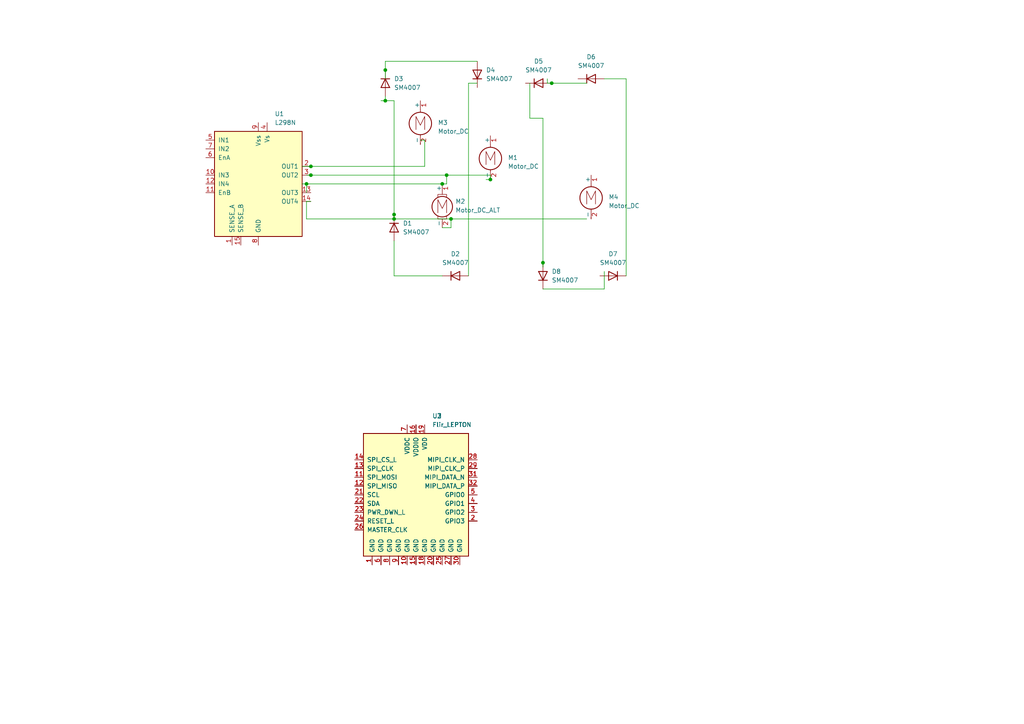
<source format=kicad_sch>
(kicad_sch
	(version 20231120)
	(generator "eeschema")
	(generator_version "8.0")
	(uuid "c8882445-fad7-49e1-90ef-bd8461132fb9")
	(paper "A4")
	(lib_symbols
		(symbol "Diode:SM4007"
			(pin_numbers hide)
			(pin_names hide)
			(exclude_from_sim no)
			(in_bom yes)
			(on_board yes)
			(property "Reference" "D"
				(at 0 2.54 0)
				(effects
					(font
						(size 1.27 1.27)
					)
				)
			)
			(property "Value" "SM4007"
				(at 0 -2.54 0)
				(effects
					(font
						(size 1.27 1.27)
					)
				)
			)
			(property "Footprint" "Diode_SMD:D_MELF"
				(at 0 -4.445 0)
				(effects
					(font
						(size 1.27 1.27)
					)
					(hide yes)
				)
			)
			(property "Datasheet" "http://cdn-reichelt.de/documents/datenblatt/A400/SMD1N400%23DIO.pdf"
				(at 0 0 0)
				(effects
					(font
						(size 1.27 1.27)
					)
					(hide yes)
				)
			)
			(property "Description" "1000V 1A General Purpose Rectifier Diode, MELF"
				(at 0 0 0)
				(effects
					(font
						(size 1.27 1.27)
					)
					(hide yes)
				)
			)
			(property "Sim.Device" "D"
				(at 0 0 0)
				(effects
					(font
						(size 1.27 1.27)
					)
					(hide yes)
				)
			)
			(property "Sim.Pins" "1=K 2=A"
				(at 0 0 0)
				(effects
					(font
						(size 1.27 1.27)
					)
					(hide yes)
				)
			)
			(property "ki_keywords" "diode"
				(at 0 0 0)
				(effects
					(font
						(size 1.27 1.27)
					)
					(hide yes)
				)
			)
			(property "ki_fp_filters" "D*MELF*"
				(at 0 0 0)
				(effects
					(font
						(size 1.27 1.27)
					)
					(hide yes)
				)
			)
			(symbol "SM4007_0_1"
				(polyline
					(pts
						(xy -1.27 1.27) (xy -1.27 -1.27)
					)
					(stroke
						(width 0.254)
						(type default)
					)
					(fill
						(type none)
					)
				)
				(polyline
					(pts
						(xy 1.27 0) (xy -1.27 0)
					)
					(stroke
						(width 0)
						(type default)
					)
					(fill
						(type none)
					)
				)
				(polyline
					(pts
						(xy 1.27 1.27) (xy 1.27 -1.27) (xy -1.27 0) (xy 1.27 1.27)
					)
					(stroke
						(width 0.254)
						(type default)
					)
					(fill
						(type none)
					)
				)
			)
			(symbol "SM4007_1_1"
				(pin passive line
					(at -3.81 0 0)
					(length 2.54)
					(name "K"
						(effects
							(font
								(size 1.27 1.27)
							)
						)
					)
					(number "1"
						(effects
							(font
								(size 1.27 1.27)
							)
						)
					)
				)
				(pin passive line
					(at 3.81 0 180)
					(length 2.54)
					(name "A"
						(effects
							(font
								(size 1.27 1.27)
							)
						)
					)
					(number "2"
						(effects
							(font
								(size 1.27 1.27)
							)
						)
					)
				)
			)
		)
		(symbol "Driver_Motor:L298N"
			(pin_names
				(offset 1.016)
			)
			(exclude_from_sim no)
			(in_bom yes)
			(on_board yes)
			(property "Reference" "U"
				(at -10.16 16.51 0)
				(effects
					(font
						(size 1.27 1.27)
					)
					(justify right)
				)
			)
			(property "Value" "L298N"
				(at 12.7 16.51 0)
				(effects
					(font
						(size 1.27 1.27)
					)
					(justify right)
				)
			)
			(property "Footprint" "Package_TO_SOT_THT:TO-220-15_P2.54x2.54mm_StaggerOdd_Lead4.58mm_Vertical"
				(at 1.27 -16.51 0)
				(effects
					(font
						(size 1.27 1.27)
					)
					(justify left)
					(hide yes)
				)
			)
			(property "Datasheet" "http://www.st.com/st-web-ui/static/active/en/resource/technical/document/datasheet/CD00000240.pdf"
				(at 3.81 6.35 0)
				(effects
					(font
						(size 1.27 1.27)
					)
					(hide yes)
				)
			)
			(property "Description" "Dual full bridge motor driver, up to 46V, 4A, Multiwatt15-V"
				(at 0 0 0)
				(effects
					(font
						(size 1.27 1.27)
					)
					(hide yes)
				)
			)
			(property "ki_keywords" "H-bridge motor driver"
				(at 0 0 0)
				(effects
					(font
						(size 1.27 1.27)
					)
					(hide yes)
				)
			)
			(property "ki_fp_filters" "TO?220*StaggerOdd*Vertical*"
				(at 0 0 0)
				(effects
					(font
						(size 1.27 1.27)
					)
					(hide yes)
				)
			)
			(symbol "L298N_0_1"
				(rectangle
					(start -12.7 15.24)
					(end 12.7 -15.24)
					(stroke
						(width 0.254)
						(type default)
					)
					(fill
						(type background)
					)
				)
			)
			(symbol "L298N_1_1"
				(pin power_in line
					(at -7.62 -17.78 90)
					(length 2.54)
					(name "SENSE_A"
						(effects
							(font
								(size 1.27 1.27)
							)
						)
					)
					(number "1"
						(effects
							(font
								(size 1.27 1.27)
							)
						)
					)
				)
				(pin input line
					(at -15.24 2.54 0)
					(length 2.54)
					(name "IN3"
						(effects
							(font
								(size 1.27 1.27)
							)
						)
					)
					(number "10"
						(effects
							(font
								(size 1.27 1.27)
							)
						)
					)
				)
				(pin input line
					(at -15.24 -2.54 0)
					(length 2.54)
					(name "EnB"
						(effects
							(font
								(size 1.27 1.27)
							)
						)
					)
					(number "11"
						(effects
							(font
								(size 1.27 1.27)
							)
						)
					)
				)
				(pin input line
					(at -15.24 0 0)
					(length 2.54)
					(name "IN4"
						(effects
							(font
								(size 1.27 1.27)
							)
						)
					)
					(number "12"
						(effects
							(font
								(size 1.27 1.27)
							)
						)
					)
				)
				(pin output line
					(at 15.24 -2.54 180)
					(length 2.54)
					(name "OUT3"
						(effects
							(font
								(size 1.27 1.27)
							)
						)
					)
					(number "13"
						(effects
							(font
								(size 1.27 1.27)
							)
						)
					)
				)
				(pin output line
					(at 15.24 -5.08 180)
					(length 2.54)
					(name "OUT4"
						(effects
							(font
								(size 1.27 1.27)
							)
						)
					)
					(number "14"
						(effects
							(font
								(size 1.27 1.27)
							)
						)
					)
				)
				(pin power_in line
					(at -5.08 -17.78 90)
					(length 2.54)
					(name "SENSE_B"
						(effects
							(font
								(size 1.27 1.27)
							)
						)
					)
					(number "15"
						(effects
							(font
								(size 1.27 1.27)
							)
						)
					)
				)
				(pin output line
					(at 15.24 5.08 180)
					(length 2.54)
					(name "OUT1"
						(effects
							(font
								(size 1.27 1.27)
							)
						)
					)
					(number "2"
						(effects
							(font
								(size 1.27 1.27)
							)
						)
					)
				)
				(pin output line
					(at 15.24 2.54 180)
					(length 2.54)
					(name "OUT2"
						(effects
							(font
								(size 1.27 1.27)
							)
						)
					)
					(number "3"
						(effects
							(font
								(size 1.27 1.27)
							)
						)
					)
				)
				(pin power_in line
					(at 2.54 17.78 270)
					(length 2.54)
					(name "Vs"
						(effects
							(font
								(size 1.27 1.27)
							)
						)
					)
					(number "4"
						(effects
							(font
								(size 1.27 1.27)
							)
						)
					)
				)
				(pin input line
					(at -15.24 12.7 0)
					(length 2.54)
					(name "IN1"
						(effects
							(font
								(size 1.27 1.27)
							)
						)
					)
					(number "5"
						(effects
							(font
								(size 1.27 1.27)
							)
						)
					)
				)
				(pin input line
					(at -15.24 7.62 0)
					(length 2.54)
					(name "EnA"
						(effects
							(font
								(size 1.27 1.27)
							)
						)
					)
					(number "6"
						(effects
							(font
								(size 1.27 1.27)
							)
						)
					)
				)
				(pin input line
					(at -15.24 10.16 0)
					(length 2.54)
					(name "IN2"
						(effects
							(font
								(size 1.27 1.27)
							)
						)
					)
					(number "7"
						(effects
							(font
								(size 1.27 1.27)
							)
						)
					)
				)
				(pin power_in line
					(at 0 -17.78 90)
					(length 2.54)
					(name "GND"
						(effects
							(font
								(size 1.27 1.27)
							)
						)
					)
					(number "8"
						(effects
							(font
								(size 1.27 1.27)
							)
						)
					)
				)
				(pin power_in line
					(at 0 17.78 270)
					(length 2.54)
					(name "Vss"
						(effects
							(font
								(size 1.27 1.27)
							)
						)
					)
					(number "9"
						(effects
							(font
								(size 1.27 1.27)
							)
						)
					)
				)
			)
		)
		(symbol "Motor:Motor_DC"
			(pin_names
				(offset 0)
			)
			(exclude_from_sim no)
			(in_bom yes)
			(on_board yes)
			(property "Reference" "M"
				(at 2.54 2.54 0)
				(effects
					(font
						(size 1.27 1.27)
					)
					(justify left)
				)
			)
			(property "Value" "Motor_DC"
				(at 2.54 -5.08 0)
				(effects
					(font
						(size 1.27 1.27)
					)
					(justify left top)
				)
			)
			(property "Footprint" ""
				(at 0 -2.286 0)
				(effects
					(font
						(size 1.27 1.27)
					)
					(hide yes)
				)
			)
			(property "Datasheet" "~"
				(at 0 -2.286 0)
				(effects
					(font
						(size 1.27 1.27)
					)
					(hide yes)
				)
			)
			(property "Description" "DC Motor"
				(at 0 0 0)
				(effects
					(font
						(size 1.27 1.27)
					)
					(hide yes)
				)
			)
			(property "ki_keywords" "DC Motor"
				(at 0 0 0)
				(effects
					(font
						(size 1.27 1.27)
					)
					(hide yes)
				)
			)
			(property "ki_fp_filters" "PinHeader*P2.54mm* TerminalBlock*"
				(at 0 0 0)
				(effects
					(font
						(size 1.27 1.27)
					)
					(hide yes)
				)
			)
			(symbol "Motor_DC_0_0"
				(polyline
					(pts
						(xy -1.27 -3.302) (xy -1.27 0.508) (xy 0 -2.032) (xy 1.27 0.508) (xy 1.27 -3.302)
					)
					(stroke
						(width 0)
						(type default)
					)
					(fill
						(type none)
					)
				)
			)
			(symbol "Motor_DC_0_1"
				(circle
					(center 0 -1.524)
					(radius 3.2512)
					(stroke
						(width 0.254)
						(type default)
					)
					(fill
						(type none)
					)
				)
				(polyline
					(pts
						(xy 0 -7.62) (xy 0 -7.112)
					)
					(stroke
						(width 0)
						(type default)
					)
					(fill
						(type none)
					)
				)
				(polyline
					(pts
						(xy 0 -4.7752) (xy 0 -5.1816)
					)
					(stroke
						(width 0)
						(type default)
					)
					(fill
						(type none)
					)
				)
				(polyline
					(pts
						(xy 0 1.7272) (xy 0 2.0828)
					)
					(stroke
						(width 0)
						(type default)
					)
					(fill
						(type none)
					)
				)
				(polyline
					(pts
						(xy 0 2.032) (xy 0 2.54)
					)
					(stroke
						(width 0)
						(type default)
					)
					(fill
						(type none)
					)
				)
			)
			(symbol "Motor_DC_1_1"
				(pin passive line
					(at 0 5.08 270)
					(length 2.54)
					(name "+"
						(effects
							(font
								(size 1.27 1.27)
							)
						)
					)
					(number "1"
						(effects
							(font
								(size 1.27 1.27)
							)
						)
					)
				)
				(pin passive line
					(at 0 -7.62 90)
					(length 2.54)
					(name "-"
						(effects
							(font
								(size 1.27 1.27)
							)
						)
					)
					(number "2"
						(effects
							(font
								(size 1.27 1.27)
							)
						)
					)
				)
			)
		)
		(symbol "Motor:Motor_DC_ALT"
			(pin_names
				(offset 0)
			)
			(exclude_from_sim no)
			(in_bom yes)
			(on_board yes)
			(property "Reference" "M"
				(at 2.54 2.54 0)
				(effects
					(font
						(size 1.27 1.27)
					)
					(justify left)
				)
			)
			(property "Value" "Motor_DC_ALT"
				(at 2.54 -5.08 0)
				(effects
					(font
						(size 1.27 1.27)
					)
					(justify left top)
				)
			)
			(property "Footprint" ""
				(at 0 -2.286 0)
				(effects
					(font
						(size 1.27 1.27)
					)
					(hide yes)
				)
			)
			(property "Datasheet" "~"
				(at 0 -2.286 0)
				(effects
					(font
						(size 1.27 1.27)
					)
					(hide yes)
				)
			)
			(property "Description" "DC Motor, alternative symbol"
				(at 0 0 0)
				(effects
					(font
						(size 1.27 1.27)
					)
					(hide yes)
				)
			)
			(property "ki_keywords" "DC Motor"
				(at 0 0 0)
				(effects
					(font
						(size 1.27 1.27)
					)
					(hide yes)
				)
			)
			(property "ki_fp_filters" "PinHeader*P2.54mm* TerminalBlock*"
				(at 0 0 0)
				(effects
					(font
						(size 1.27 1.27)
					)
					(hide yes)
				)
			)
			(symbol "Motor_DC_ALT_0_0"
				(circle
					(center 0 -1.524)
					(radius 2.9718)
					(stroke
						(width 0.254)
						(type default)
					)
					(fill
						(type none)
					)
				)
				(polyline
					(pts
						(xy -1.27 -4.318) (xy -1.27 -5.08) (xy 1.27 -5.08) (xy 1.27 -4.318)
					)
					(stroke
						(width 0)
						(type default)
					)
					(fill
						(type none)
					)
				)
				(polyline
					(pts
						(xy -1.27 1.27) (xy -1.27 2.032) (xy 1.27 2.032) (xy 1.27 1.27)
					)
					(stroke
						(width 0)
						(type default)
					)
					(fill
						(type none)
					)
				)
				(polyline
					(pts
						(xy -1.27 -3.302) (xy -1.27 0.508) (xy 0 -2.032) (xy 1.27 0.508) (xy 1.27 -3.302)
					)
					(stroke
						(width 0)
						(type default)
					)
					(fill
						(type none)
					)
				)
			)
			(symbol "Motor_DC_ALT_0_1"
				(polyline
					(pts
						(xy 0 2.032) (xy 0 2.54)
					)
					(stroke
						(width 0)
						(type default)
					)
					(fill
						(type none)
					)
				)
			)
			(symbol "Motor_DC_ALT_1_1"
				(pin passive line
					(at 0 5.08 270)
					(length 2.54)
					(name "+"
						(effects
							(font
								(size 1.27 1.27)
							)
						)
					)
					(number "1"
						(effects
							(font
								(size 1.27 1.27)
							)
						)
					)
				)
				(pin passive line
					(at 0 -7.62 90)
					(length 2.54)
					(name "-"
						(effects
							(font
								(size 1.27 1.27)
							)
						)
					)
					(number "2"
						(effects
							(font
								(size 1.27 1.27)
							)
						)
					)
				)
			)
		)
		(symbol "Sensor_Optical:Flir_LEPTON"
			(pin_names
				(offset 1.016)
			)
			(exclude_from_sim no)
			(in_bom yes)
			(on_board yes)
			(property "Reference" "U"
				(at -15.24 21.59 0)
				(effects
					(font
						(size 1.27 1.27)
					)
					(justify left)
				)
			)
			(property "Value" "Flir_LEPTON"
				(at -15.24 19.05 0)
				(effects
					(font
						(size 1.27 1.27)
					)
					(justify left)
				)
			)
			(property "Footprint" ""
				(at -17.78 19.05 0)
				(effects
					(font
						(size 1.27 1.27)
					)
					(hide yes)
				)
			)
			(property "Datasheet" "https://cdn.sparkfun.com/datasheets/Sensors/Infrared/FLIR_Lepton_Data_Brief.pdf"
				(at -15.24 21.59 0)
				(effects
					(font
						(size 1.27 1.27)
					)
					(hide yes)
				)
			)
			(property "Description" "LWIR camera 8 to 14um 80x60 pixel"
				(at 0 0 0)
				(effects
					(font
						(size 1.27 1.27)
					)
					(hide yes)
				)
			)
			(property "ki_keywords" "LWIR camera"
				(at 0 0 0)
				(effects
					(font
						(size 1.27 1.27)
					)
					(hide yes)
				)
			)
			(property "ki_fp_filters" "*105028*1001* *105028*2011*"
				(at 0 0 0)
				(effects
					(font
						(size 1.27 1.27)
					)
					(hide yes)
				)
			)
			(symbol "Flir_LEPTON_0_1"
				(rectangle
					(start -15.24 17.78)
					(end 15.24 -17.78)
					(stroke
						(width 0.254)
						(type default)
					)
					(fill
						(type background)
					)
				)
			)
			(symbol "Flir_LEPTON_1_1"
				(pin power_in line
					(at -12.7 -20.32 90)
					(length 2.54)
					(name "GND"
						(effects
							(font
								(size 1.27 1.27)
							)
						)
					)
					(number "1"
						(effects
							(font
								(size 1.27 1.27)
							)
						)
					)
				)
				(pin power_in line
					(at -2.54 -20.32 90)
					(length 2.54)
					(name "GND"
						(effects
							(font
								(size 1.27 1.27)
							)
						)
					)
					(number "10"
						(effects
							(font
								(size 1.27 1.27)
							)
						)
					)
				)
				(pin input line
					(at -17.78 5.08 0)
					(length 2.54)
					(name "SPI_MOSI"
						(effects
							(font
								(size 1.27 1.27)
							)
						)
					)
					(number "11"
						(effects
							(font
								(size 1.27 1.27)
							)
						)
					)
				)
				(pin output line
					(at -17.78 2.54 0)
					(length 2.54)
					(name "SPI_MISO"
						(effects
							(font
								(size 1.27 1.27)
							)
						)
					)
					(number "12"
						(effects
							(font
								(size 1.27 1.27)
							)
						)
					)
				)
				(pin input line
					(at -17.78 7.62 0)
					(length 2.54)
					(name "SPI_CLK"
						(effects
							(font
								(size 1.27 1.27)
							)
						)
					)
					(number "13"
						(effects
							(font
								(size 1.27 1.27)
							)
						)
					)
				)
				(pin input line
					(at -17.78 10.16 0)
					(length 2.54)
					(name "SPI_CS_L"
						(effects
							(font
								(size 1.27 1.27)
							)
						)
					)
					(number "14"
						(effects
							(font
								(size 1.27 1.27)
							)
						)
					)
				)
				(pin power_in line
					(at 0 -20.32 90)
					(length 2.54)
					(name "GND"
						(effects
							(font
								(size 1.27 1.27)
							)
						)
					)
					(number "15"
						(effects
							(font
								(size 1.27 1.27)
							)
						)
					)
				)
				(pin power_in line
					(at 0 20.32 270)
					(length 2.54)
					(name "VDDIO"
						(effects
							(font
								(size 1.27 1.27)
							)
						)
					)
					(number "16"
						(effects
							(font
								(size 1.27 1.27)
							)
						)
					)
				)
				(pin no_connect line
					(at 15.24 -10.16 180)
					(length 2.54) hide
					(name "NC"
						(effects
							(font
								(size 1.27 1.27)
							)
						)
					)
					(number "17"
						(effects
							(font
								(size 1.27 1.27)
							)
						)
					)
				)
				(pin power_in line
					(at 2.54 -20.32 90)
					(length 2.54)
					(name "GND"
						(effects
							(font
								(size 1.27 1.27)
							)
						)
					)
					(number "18"
						(effects
							(font
								(size 1.27 1.27)
							)
						)
					)
				)
				(pin power_in line
					(at 2.54 20.32 270)
					(length 2.54)
					(name "VDD"
						(effects
							(font
								(size 1.27 1.27)
							)
						)
					)
					(number "19"
						(effects
							(font
								(size 1.27 1.27)
							)
						)
					)
				)
				(pin bidirectional line
					(at 17.78 -7.62 180)
					(length 2.54)
					(name "GPIO3"
						(effects
							(font
								(size 1.27 1.27)
							)
						)
					)
					(number "2"
						(effects
							(font
								(size 1.27 1.27)
							)
						)
					)
				)
				(pin power_in line
					(at 5.08 -20.32 90)
					(length 2.54)
					(name "GND"
						(effects
							(font
								(size 1.27 1.27)
							)
						)
					)
					(number "20"
						(effects
							(font
								(size 1.27 1.27)
							)
						)
					)
				)
				(pin input line
					(at -17.78 0 0)
					(length 2.54)
					(name "SCL"
						(effects
							(font
								(size 1.27 1.27)
							)
						)
					)
					(number "21"
						(effects
							(font
								(size 1.27 1.27)
							)
						)
					)
				)
				(pin bidirectional line
					(at -17.78 -2.54 0)
					(length 2.54)
					(name "SDA"
						(effects
							(font
								(size 1.27 1.27)
							)
						)
					)
					(number "22"
						(effects
							(font
								(size 1.27 1.27)
							)
						)
					)
				)
				(pin input line
					(at -17.78 -5.08 0)
					(length 2.54)
					(name "PWR_DWN_L"
						(effects
							(font
								(size 1.27 1.27)
							)
						)
					)
					(number "23"
						(effects
							(font
								(size 1.27 1.27)
							)
						)
					)
				)
				(pin input line
					(at -17.78 -7.62 0)
					(length 2.54)
					(name "RESET_L"
						(effects
							(font
								(size 1.27 1.27)
							)
						)
					)
					(number "24"
						(effects
							(font
								(size 1.27 1.27)
							)
						)
					)
				)
				(pin power_in line
					(at 7.62 -20.32 90)
					(length 2.54)
					(name "GND"
						(effects
							(font
								(size 1.27 1.27)
							)
						)
					)
					(number "25"
						(effects
							(font
								(size 1.27 1.27)
							)
						)
					)
				)
				(pin input line
					(at -17.78 -10.16 0)
					(length 2.54)
					(name "MASTER_CLK"
						(effects
							(font
								(size 1.27 1.27)
							)
						)
					)
					(number "26"
						(effects
							(font
								(size 1.27 1.27)
							)
						)
					)
				)
				(pin power_in line
					(at 10.16 -20.32 90)
					(length 2.54)
					(name "GND"
						(effects
							(font
								(size 1.27 1.27)
							)
						)
					)
					(number "27"
						(effects
							(font
								(size 1.27 1.27)
							)
						)
					)
				)
				(pin output line
					(at 17.78 10.16 180)
					(length 2.54)
					(name "MIPI_CLK_N"
						(effects
							(font
								(size 1.27 1.27)
							)
						)
					)
					(number "28"
						(effects
							(font
								(size 1.27 1.27)
							)
						)
					)
				)
				(pin output line
					(at 17.78 7.62 180)
					(length 2.54)
					(name "MIPI_CLK_P"
						(effects
							(font
								(size 1.27 1.27)
							)
						)
					)
					(number "29"
						(effects
							(font
								(size 1.27 1.27)
							)
						)
					)
				)
				(pin bidirectional line
					(at 17.78 -5.08 180)
					(length 2.54)
					(name "GPIO2"
						(effects
							(font
								(size 1.27 1.27)
							)
						)
					)
					(number "3"
						(effects
							(font
								(size 1.27 1.27)
							)
						)
					)
				)
				(pin power_in line
					(at 12.7 -20.32 90)
					(length 2.54)
					(name "GND"
						(effects
							(font
								(size 1.27 1.27)
							)
						)
					)
					(number "30"
						(effects
							(font
								(size 1.27 1.27)
							)
						)
					)
				)
				(pin output line
					(at 17.78 5.08 180)
					(length 2.54)
					(name "MIPI_DATA_N"
						(effects
							(font
								(size 1.27 1.27)
							)
						)
					)
					(number "31"
						(effects
							(font
								(size 1.27 1.27)
							)
						)
					)
				)
				(pin output line
					(at 17.78 2.54 180)
					(length 2.54)
					(name "MIPI_DATA_P"
						(effects
							(font
								(size 1.27 1.27)
							)
						)
					)
					(number "32"
						(effects
							(font
								(size 1.27 1.27)
							)
						)
					)
				)
				(pin bidirectional line
					(at 17.78 -2.54 180)
					(length 2.54)
					(name "GPIO1"
						(effects
							(font
								(size 1.27 1.27)
							)
						)
					)
					(number "4"
						(effects
							(font
								(size 1.27 1.27)
							)
						)
					)
				)
				(pin bidirectional line
					(at 17.78 0 180)
					(length 2.54)
					(name "GPIO0"
						(effects
							(font
								(size 1.27 1.27)
							)
						)
					)
					(number "5"
						(effects
							(font
								(size 1.27 1.27)
							)
						)
					)
				)
				(pin power_in line
					(at -10.16 -20.32 90)
					(length 2.54)
					(name "GND"
						(effects
							(font
								(size 1.27 1.27)
							)
						)
					)
					(number "6"
						(effects
							(font
								(size 1.27 1.27)
							)
						)
					)
				)
				(pin power_in line
					(at -2.54 20.32 270)
					(length 2.54)
					(name "VDDC"
						(effects
							(font
								(size 1.27 1.27)
							)
						)
					)
					(number "7"
						(effects
							(font
								(size 1.27 1.27)
							)
						)
					)
				)
				(pin power_in line
					(at -7.62 -20.32 90)
					(length 2.54)
					(name "GND"
						(effects
							(font
								(size 1.27 1.27)
							)
						)
					)
					(number "8"
						(effects
							(font
								(size 1.27 1.27)
							)
						)
					)
				)
				(pin power_in line
					(at -5.08 -20.32 90)
					(length 2.54)
					(name "GND"
						(effects
							(font
								(size 1.27 1.27)
							)
						)
					)
					(number "9"
						(effects
							(font
								(size 1.27 1.27)
							)
						)
					)
				)
			)
		)
	)
	(junction
		(at 90.17 50.8)
		(diameter 0)
		(color 0 0 0 0)
		(uuid "228ae46f-57ba-4568-9a05-81b10c260573")
	)
	(junction
		(at 142.24 52.07)
		(diameter 0)
		(color 0 0 0 0)
		(uuid "32675342-e2ce-435f-a13e-96fef16f2fc4")
	)
	(junction
		(at 114.3 63.5)
		(diameter 0)
		(color 0 0 0 0)
		(uuid "35755628-d494-4fea-a636-9a825a41d263")
	)
	(junction
		(at 130.81 63.5)
		(diameter 0)
		(color 0 0 0 0)
		(uuid "61d3fe53-7487-47dc-8c40-2d6f28af1d41")
	)
	(junction
		(at 128.27 53.34)
		(diameter 0)
		(color 0 0 0 0)
		(uuid "62f2da13-8b7a-495d-bfa4-3c5a26ca2891")
	)
	(junction
		(at 114.3 62.23)
		(diameter 0)
		(color 0 0 0 0)
		(uuid "74e10050-7bb5-4a95-bb20-f67f2f588df5")
	)
	(junction
		(at 129.54 50.8)
		(diameter 0)
		(color 0 0 0 0)
		(uuid "766a84a1-581d-48f5-803d-5497a9360af8")
	)
	(junction
		(at 111.76 20.32)
		(diameter 0)
		(color 0 0 0 0)
		(uuid "b3053452-da26-4f78-a2a4-bbffb9cdda5f")
	)
	(junction
		(at 160.02 24.13)
		(diameter 0)
		(color 0 0 0 0)
		(uuid "b56becf6-f17e-4bc2-8c8a-403d99579e28")
	)
	(junction
		(at 88.9 53.34)
		(diameter 0)
		(color 0 0 0 0)
		(uuid "c0b7d08e-85dd-4e20-a8f2-14301eeaaa85")
	)
	(junction
		(at 111.76 29.21)
		(diameter 0)
		(color 0 0 0 0)
		(uuid "cfd73f96-4e86-42db-9aac-7f00b160236f")
	)
	(junction
		(at 157.48 76.2)
		(diameter 0)
		(color 0 0 0 0)
		(uuid "d9c1ccc0-add7-4360-ad51-81b00fc82e16")
	)
	(junction
		(at 90.17 48.26)
		(diameter 0)
		(color 0 0 0 0)
		(uuid "dbef52c9-4e20-4cf3-9bc8-5ff6d2fcd6d2")
	)
	(wire
		(pts
			(xy 157.48 34.29) (xy 153.67 34.29)
		)
		(stroke
			(width 0)
			(type default)
		)
		(uuid "01dba055-af68-4ff5-8fa1-3036b928929c")
	)
	(wire
		(pts
			(xy 135.89 24.13) (xy 138.43 24.13)
		)
		(stroke
			(width 0)
			(type default)
		)
		(uuid "0702f63b-43a8-44fa-a812-958dbb3cd1e3")
	)
	(wire
		(pts
			(xy 110.49 29.21) (xy 111.76 29.21)
		)
		(stroke
			(width 0)
			(type default)
		)
		(uuid "1115413f-bd16-434d-a22e-989e3ebfc885")
	)
	(wire
		(pts
			(xy 123.19 40.64) (xy 123.19 48.26)
		)
		(stroke
			(width 0)
			(type default)
		)
		(uuid "1203ff3c-ffad-4e11-9ddf-8f3637d79bed")
	)
	(wire
		(pts
			(xy 128.27 53.34) (xy 129.54 53.34)
		)
		(stroke
			(width 0)
			(type default)
		)
		(uuid "13f46786-83fb-4e93-8e9d-1d046f890bcc")
	)
	(wire
		(pts
			(xy 129.54 50.8) (xy 142.24 50.8)
		)
		(stroke
			(width 0)
			(type default)
		)
		(uuid "16aa2e49-c695-4322-af0b-ae23f260be60")
	)
	(wire
		(pts
			(xy 87.63 53.34) (xy 88.9 53.34)
		)
		(stroke
			(width 0)
			(type default)
		)
		(uuid "1c7bc1b5-6aa4-4743-ba6b-0b3ec1b5fa3a")
	)
	(wire
		(pts
			(xy 111.76 29.21) (xy 114.3 29.21)
		)
		(stroke
			(width 0)
			(type default)
		)
		(uuid "20cb3ec8-8781-47c9-a62a-ad8e4f257473")
	)
	(wire
		(pts
			(xy 114.3 80.01) (xy 128.27 80.01)
		)
		(stroke
			(width 0)
			(type default)
		)
		(uuid "229c5e75-9590-48d2-989d-6a62b7d9ac80")
	)
	(wire
		(pts
			(xy 157.48 76.2) (xy 157.48 34.29)
		)
		(stroke
			(width 0)
			(type default)
		)
		(uuid "249513be-5d5f-467b-9a39-edf7fd496323")
	)
	(wire
		(pts
			(xy 121.92 40.64) (xy 123.19 40.64)
		)
		(stroke
			(width 0)
			(type default)
		)
		(uuid "277ad8e1-120a-4bc7-8bd3-377508c688e6")
	)
	(wire
		(pts
			(xy 114.3 69.85) (xy 114.3 80.01)
		)
		(stroke
			(width 0)
			(type default)
		)
		(uuid "2ad95b3d-a3fd-4c70-874b-16abfbfdb746")
	)
	(wire
		(pts
			(xy 160.02 24.13) (xy 158.75 24.13)
		)
		(stroke
			(width 0)
			(type default)
		)
		(uuid "2d695602-1e67-46d8-83c1-e8c1934b8c87")
	)
	(wire
		(pts
			(xy 130.81 66.04) (xy 130.81 63.5)
		)
		(stroke
			(width 0)
			(type default)
		)
		(uuid "2d9edc5a-861b-4908-b314-cb59ece5ddfb")
	)
	(wire
		(pts
			(xy 114.3 63.5) (xy 114.3 62.23)
		)
		(stroke
			(width 0)
			(type default)
		)
		(uuid "303d8098-79e4-42d3-b138-c58f3022c3fc")
	)
	(wire
		(pts
			(xy 170.18 24.13) (xy 160.02 24.13)
		)
		(stroke
			(width 0)
			(type default)
		)
		(uuid "35d680dc-28cf-49df-b7e5-97fe4206a2ca")
	)
	(wire
		(pts
			(xy 181.61 22.86) (xy 175.26 22.86)
		)
		(stroke
			(width 0)
			(type default)
		)
		(uuid "4c6fdcb4-1c37-4d90-b3ce-09916a124ce5")
	)
	(wire
		(pts
			(xy 88.9 53.34) (xy 128.27 53.34)
		)
		(stroke
			(width 0)
			(type default)
		)
		(uuid "502c246d-80b2-4fca-9ce7-664e89f8b01a")
	)
	(wire
		(pts
			(xy 170.18 63.5) (xy 130.81 63.5)
		)
		(stroke
			(width 0)
			(type default)
		)
		(uuid "51ab9eab-bc9a-47a9-aeed-cc70ea7e8645")
	)
	(wire
		(pts
			(xy 114.3 63.5) (xy 88.9 63.5)
		)
		(stroke
			(width 0)
			(type default)
		)
		(uuid "5275fe38-10eb-4743-bd11-4e5f7bb0275a")
	)
	(wire
		(pts
			(xy 129.54 53.34) (xy 129.54 50.8)
		)
		(stroke
			(width 0)
			(type default)
		)
		(uuid "5bdabb44-2477-4a77-9f56-6610fab9160a")
	)
	(wire
		(pts
			(xy 135.89 80.01) (xy 135.89 24.13)
		)
		(stroke
			(width 0)
			(type default)
		)
		(uuid "60c19a4f-3fbd-4f82-8b18-8b8f24183f93")
	)
	(wire
		(pts
			(xy 128.27 66.04) (xy 130.81 66.04)
		)
		(stroke
			(width 0)
			(type default)
		)
		(uuid "705117ef-3314-4013-95cd-6730e6bb3c02")
	)
	(wire
		(pts
			(xy 158.75 22.86) (xy 158.75 24.13)
		)
		(stroke
			(width 0)
			(type default)
		)
		(uuid "76852073-66ae-4be5-9fc8-67a972d85956")
	)
	(wire
		(pts
			(xy 130.81 63.5) (xy 114.3 63.5)
		)
		(stroke
			(width 0)
			(type default)
		)
		(uuid "77240519-3fbf-488f-bfb5-639981daaa15")
	)
	(wire
		(pts
			(xy 87.63 48.26) (xy 90.17 48.26)
		)
		(stroke
			(width 0)
			(type default)
		)
		(uuid "78928999-2dd1-46b8-9ab4-53e90b476606")
	)
	(wire
		(pts
			(xy 90.17 50.8) (xy 129.54 50.8)
		)
		(stroke
			(width 0)
			(type default)
		)
		(uuid "8100ccd5-00aa-4dd0-8b23-aeb07bece036")
	)
	(wire
		(pts
			(xy 88.9 50.8) (xy 90.17 50.8)
		)
		(stroke
			(width 0)
			(type default)
		)
		(uuid "83dc992a-a738-466d-992c-2f7a1b9ee607")
	)
	(wire
		(pts
			(xy 90.17 48.26) (xy 123.19 48.26)
		)
		(stroke
			(width 0)
			(type default)
		)
		(uuid "8f6cdb85-860e-4fd4-ad62-98658c633140")
	)
	(wire
		(pts
			(xy 175.26 78.74) (xy 175.26 83.82)
		)
		(stroke
			(width 0)
			(type default)
		)
		(uuid "9562cbb7-0142-4fdb-8547-e409db55d4b7")
	)
	(wire
		(pts
			(xy 138.43 17.78) (xy 111.76 17.78)
		)
		(stroke
			(width 0)
			(type default)
		)
		(uuid "97d5c2b8-f27c-4044-9886-63535a84e5f3")
	)
	(wire
		(pts
			(xy 157.48 83.82) (xy 175.26 83.82)
		)
		(stroke
			(width 0)
			(type default)
		)
		(uuid "affeb901-fcc1-47e4-a8f1-69af0a247c63")
	)
	(wire
		(pts
			(xy 111.76 20.32) (xy 111.76 22.86)
		)
		(stroke
			(width 0)
			(type default)
		)
		(uuid "b3a9141b-4cc9-454b-8707-63a774185c00")
	)
	(wire
		(pts
			(xy 114.3 62.23) (xy 114.3 29.21)
		)
		(stroke
			(width 0)
			(type default)
		)
		(uuid "bf7717be-eda1-401a-8a1d-f617b71c94d2")
	)
	(wire
		(pts
			(xy 111.76 29.21) (xy 111.76 27.94)
		)
		(stroke
			(width 0)
			(type default)
		)
		(uuid "c77f423b-770a-496a-a353-1e5ec502e8c2")
	)
	(wire
		(pts
			(xy 157.48 77.47) (xy 157.48 76.2)
		)
		(stroke
			(width 0)
			(type default)
		)
		(uuid "d45a8c22-136e-41e9-aa7c-2fb36d43ebb9")
	)
	(wire
		(pts
			(xy 181.61 80.01) (xy 181.61 22.86)
		)
		(stroke
			(width 0)
			(type default)
		)
		(uuid "db894057-75dc-49bf-ad06-63af211b621c")
	)
	(wire
		(pts
			(xy 140.97 52.07) (xy 142.24 52.07)
		)
		(stroke
			(width 0)
			(type default)
		)
		(uuid "de6a3062-3141-4b7c-ac8d-d6d6bf400b85")
	)
	(wire
		(pts
			(xy 88.9 53.34) (xy 88.9 55.88)
		)
		(stroke
			(width 0)
			(type default)
		)
		(uuid "e07b4ebd-5467-4a5d-9630-9c9220064ba2")
	)
	(wire
		(pts
			(xy 111.76 17.78) (xy 111.76 20.32)
		)
		(stroke
			(width 0)
			(type default)
		)
		(uuid "e1432953-7d34-4d37-9f2a-96251c0f7b9a")
	)
	(wire
		(pts
			(xy 88.9 63.5) (xy 88.9 58.42)
		)
		(stroke
			(width 0)
			(type default)
		)
		(uuid "e20d026a-1e64-4389-a3b5-87f00f80428f")
	)
	(wire
		(pts
			(xy 142.24 50.8) (xy 142.24 52.07)
		)
		(stroke
			(width 0)
			(type default)
		)
		(uuid "e73c3f6a-0c2d-4a61-b932-103b8a27e078")
	)
	(wire
		(pts
			(xy 153.67 24.13) (xy 153.67 34.29)
		)
		(stroke
			(width 0)
			(type default)
		)
		(uuid "eba9e243-4bb1-425b-87ca-a71ed0f87df5")
	)
	(wire
		(pts
			(xy 88.9 58.42) (xy 90.17 58.42)
		)
		(stroke
			(width 0)
			(type default)
		)
		(uuid "fcbf8b7e-dc25-4ee5-805f-ceb47ffeb119")
	)
	(symbol
		(lib_id "Motor:Motor_DC")
		(at 142.24 44.45 0)
		(unit 1)
		(exclude_from_sim no)
		(in_bom yes)
		(on_board yes)
		(dnp no)
		(fields_autoplaced yes)
		(uuid "02e609eb-1e13-4ad9-81c9-13e475f9d088")
		(property "Reference" "M1"
			(at 147.32 45.7199 0)
			(effects
				(font
					(size 1.27 1.27)
				)
				(justify left)
			)
		)
		(property "Value" "Motor_DC"
			(at 147.32 48.2599 0)
			(effects
				(font
					(size 1.27 1.27)
				)
				(justify left)
			)
		)
		(property "Footprint" "Connector_PinHeader_2.54mm:PinHeader_1x02_P2.54mm_Vertical_SMD_Pin1Left"
			(at 142.24 46.736 0)
			(effects
				(font
					(size 1.27 1.27)
				)
				(hide yes)
			)
		)
		(property "Datasheet" "~"
			(at 142.24 46.736 0)
			(effects
				(font
					(size 1.27 1.27)
				)
				(hide yes)
			)
		)
		(property "Description" "DC Motor"
			(at 142.24 44.45 0)
			(effects
				(font
					(size 1.27 1.27)
				)
				(hide yes)
			)
		)
		(pin "2"
			(uuid "a56a75b0-1024-46c9-b5b6-c09c64a5de5a")
		)
		(pin "1"
			(uuid "d0acaffd-26c7-4de3-af95-d1429090de3b")
		)
		(instances
			(project ""
				(path "/c8882445-fad7-49e1-90ef-bd8461132fb9"
					(reference "M1")
					(unit 1)
				)
			)
		)
	)
	(symbol
		(lib_id "Diode:SM4007")
		(at 111.76 24.13 270)
		(unit 1)
		(exclude_from_sim no)
		(in_bom yes)
		(on_board yes)
		(dnp no)
		(fields_autoplaced yes)
		(uuid "119b976b-4a36-4d20-95b3-2de42e785ebc")
		(property "Reference" "D3"
			(at 114.3 22.8599 90)
			(effects
				(font
					(size 1.27 1.27)
				)
				(justify left)
			)
		)
		(property "Value" "SM4007"
			(at 114.3 25.3999 90)
			(effects
				(font
					(size 1.27 1.27)
				)
				(justify left)
			)
		)
		(property "Footprint" "Diode_SMD:D_MELF"
			(at 107.315 24.13 0)
			(effects
				(font
					(size 1.27 1.27)
				)
				(hide yes)
			)
		)
		(property "Datasheet" "http://cdn-reichelt.de/documents/datenblatt/A400/SMD1N400%23DIO.pdf"
			(at 111.76 24.13 0)
			(effects
				(font
					(size 1.27 1.27)
				)
				(hide yes)
			)
		)
		(property "Description" "1000V 1A General Purpose Rectifier Diode, MELF"
			(at 111.76 24.13 0)
			(effects
				(font
					(size 1.27 1.27)
				)
				(hide yes)
			)
		)
		(property "Sim.Device" "D"
			(at 111.76 24.13 0)
			(effects
				(font
					(size 1.27 1.27)
				)
				(hide yes)
			)
		)
		(property "Sim.Pins" "1=K 2=A"
			(at 111.76 24.13 0)
			(effects
				(font
					(size 1.27 1.27)
				)
				(hide yes)
			)
		)
		(pin "1"
			(uuid "aef79b10-20e0-4e2a-832f-a32cd49139b9")
		)
		(pin "2"
			(uuid "5332b7d2-ba50-4512-af32-a890b9d60dc1")
		)
		(instances
			(project ""
				(path "/c8882445-fad7-49e1-90ef-bd8461132fb9"
					(reference "D3")
					(unit 1)
				)
			)
		)
	)
	(symbol
		(lib_id "Diode:SM4007")
		(at 114.3 66.04 270)
		(unit 1)
		(exclude_from_sim no)
		(in_bom yes)
		(on_board yes)
		(dnp no)
		(fields_autoplaced yes)
		(uuid "1c5e90e2-e1b9-465a-9c84-55f1bbb14e0e")
		(property "Reference" "D1"
			(at 116.84 64.7699 90)
			(effects
				(font
					(size 1.27 1.27)
				)
				(justify left)
			)
		)
		(property "Value" "SM4007"
			(at 116.84 67.3099 90)
			(effects
				(font
					(size 1.27 1.27)
				)
				(justify left)
			)
		)
		(property "Footprint" "Diode_SMD:D_MELF"
			(at 109.855 66.04 0)
			(effects
				(font
					(size 1.27 1.27)
				)
				(hide yes)
			)
		)
		(property "Datasheet" "http://cdn-reichelt.de/documents/datenblatt/A400/SMD1N400%23DIO.pdf"
			(at 114.3 66.04 0)
			(effects
				(font
					(size 1.27 1.27)
				)
				(hide yes)
			)
		)
		(property "Description" "1000V 1A General Purpose Rectifier Diode, MELF"
			(at 114.3 66.04 0)
			(effects
				(font
					(size 1.27 1.27)
				)
				(hide yes)
			)
		)
		(property "Sim.Device" "D"
			(at 114.3 66.04 0)
			(effects
				(font
					(size 1.27 1.27)
				)
				(hide yes)
			)
		)
		(property "Sim.Pins" "1=K 2=A"
			(at 114.3 66.04 0)
			(effects
				(font
					(size 1.27 1.27)
				)
				(hide yes)
			)
		)
		(pin "1"
			(uuid "b6bd5109-1d2a-408f-838c-8e34aa0cef42")
		)
		(pin "2"
			(uuid "48e0e000-50cc-4c46-9447-fc36ec62631e")
		)
		(instances
			(project ""
				(path "/c8882445-fad7-49e1-90ef-bd8461132fb9"
					(reference "D1")
					(unit 1)
				)
			)
		)
	)
	(symbol
		(lib_id "Diode:SM4007")
		(at 156.21 24.13 0)
		(unit 1)
		(exclude_from_sim no)
		(in_bom yes)
		(on_board yes)
		(dnp no)
		(fields_autoplaced yes)
		(uuid "3fd11ba3-7f69-4240-9481-7a0742b35ef6")
		(property "Reference" "D5"
			(at 156.21 17.78 0)
			(effects
				(font
					(size 1.27 1.27)
				)
			)
		)
		(property "Value" "SM4007"
			(at 156.21 20.32 0)
			(effects
				(font
					(size 1.27 1.27)
				)
			)
		)
		(property "Footprint" "Diode_SMD:D_MELF"
			(at 156.21 28.575 0)
			(effects
				(font
					(size 1.27 1.27)
				)
				(hide yes)
			)
		)
		(property "Datasheet" "http://cdn-reichelt.de/documents/datenblatt/A400/SMD1N400%23DIO.pdf"
			(at 156.21 24.13 0)
			(effects
				(font
					(size 1.27 1.27)
				)
				(hide yes)
			)
		)
		(property "Description" "1000V 1A General Purpose Rectifier Diode, MELF"
			(at 156.21 24.13 0)
			(effects
				(font
					(size 1.27 1.27)
				)
				(hide yes)
			)
		)
		(property "Sim.Device" "D"
			(at 156.21 24.13 0)
			(effects
				(font
					(size 1.27 1.27)
				)
				(hide yes)
			)
		)
		(property "Sim.Pins" "1=K 2=A"
			(at 156.21 24.13 0)
			(effects
				(font
					(size 1.27 1.27)
				)
				(hide yes)
			)
		)
		(pin "1"
			(uuid "aef79b10-20e0-4e2a-832f-a32cd49139ba")
		)
		(pin "2"
			(uuid "5332b7d2-ba50-4512-af32-a890b9d60dc2")
		)
		(instances
			(project ""
				(path "/c8882445-fad7-49e1-90ef-bd8461132fb9"
					(reference "D5")
					(unit 1)
				)
			)
		)
	)
	(symbol
		(lib_id "Motor:Motor_DC")
		(at 121.92 34.29 0)
		(unit 1)
		(exclude_from_sim no)
		(in_bom yes)
		(on_board yes)
		(dnp no)
		(fields_autoplaced yes)
		(uuid "58f08048-e2ba-4899-bb3a-949651de907a")
		(property "Reference" "M3"
			(at 127 35.5599 0)
			(effects
				(font
					(size 1.27 1.27)
				)
				(justify left)
			)
		)
		(property "Value" "Motor_DC"
			(at 127 38.0999 0)
			(effects
				(font
					(size 1.27 1.27)
				)
				(justify left)
			)
		)
		(property "Footprint" ""
			(at 121.92 36.576 0)
			(effects
				(font
					(size 1.27 1.27)
				)
				(hide yes)
			)
		)
		(property "Datasheet" "~"
			(at 121.92 36.576 0)
			(effects
				(font
					(size 1.27 1.27)
				)
				(hide yes)
			)
		)
		(property "Description" "DC Motor"
			(at 121.92 34.29 0)
			(effects
				(font
					(size 1.27 1.27)
				)
				(hide yes)
			)
		)
		(pin "2"
			(uuid "16a2e2d1-5edf-4098-8a7e-fbc94718eac4")
		)
		(pin "1"
			(uuid "981ca393-1928-454e-a0b6-b0b716de93b3")
		)
		(instances
			(project ""
				(path "/c8882445-fad7-49e1-90ef-bd8461132fb9"
					(reference "M3")
					(unit 1)
				)
			)
		)
	)
	(symbol
		(lib_id "Sensor_Optical:Flir_LEPTON")
		(at 120.65 143.51 0)
		(unit 1)
		(exclude_from_sim no)
		(in_bom yes)
		(on_board yes)
		(dnp no)
		(fields_autoplaced yes)
		(uuid "5c8be8ee-560d-483f-ba34-06c885bc0311")
		(property "Reference" "U3"
			(at 125.3841 120.65 0)
			(effects
				(font
					(size 1.27 1.27)
				)
				(justify left)
			)
		)
		(property "Value" "Flir_LEPTON"
			(at 125.3841 123.19 0)
			(effects
				(font
					(size 1.27 1.27)
				)
				(justify left)
			)
		)
		(property "Footprint" ""
			(at 102.87 124.46 0)
			(effects
				(font
					(size 1.27 1.27)
				)
				(hide yes)
			)
		)
		(property "Datasheet" "https://cdn.sparkfun.com/datasheets/Sensors/Infrared/FLIR_Lepton_Data_Brief.pdf"
			(at 105.41 121.92 0)
			(effects
				(font
					(size 1.27 1.27)
				)
				(hide yes)
			)
		)
		(property "Description" "LWIR camera 8 to 14um 80x60 pixel"
			(at 120.65 143.51 0)
			(effects
				(font
					(size 1.27 1.27)
				)
				(hide yes)
			)
		)
		(pin "13"
			(uuid "0fb6c189-adcc-418d-8cc3-c4292eb675b6")
		)
		(pin "2"
			(uuid "7348cd6c-e281-4244-bfdd-9682b8b300d9")
		)
		(pin "16"
			(uuid "71a4614e-8f7c-447b-bccd-748fec3085f7")
		)
		(pin "18"
			(uuid "1e2def05-fdd1-4079-b6ed-ed7b3892fdb9")
		)
		(pin "19"
			(uuid "58b829c2-ec86-4779-8fa6-a67638fe7f63")
		)
		(pin "21"
			(uuid "22f9b4fa-052d-43f5-bd95-1d62d999ab7a")
		)
		(pin "23"
			(uuid "f6bbd761-95cf-4f4f-8e4e-ed23fab87048")
		)
		(pin "29"
			(uuid "28f9c6ba-e404-48f2-913f-a77ff340a831")
		)
		(pin "30"
			(uuid "8cfe3614-458f-4903-966d-1ff0d4e4b195")
		)
		(pin "4"
			(uuid "8db88a05-99d8-4bb1-842f-cfcdb385d631")
		)
		(pin "32"
			(uuid "8e89791e-4cd0-415c-9f6f-0e2031d18e3a")
		)
		(pin "5"
			(uuid "4ef9699c-34dc-4348-83a8-7cce498bd096")
		)
		(pin "6"
			(uuid "acaa7e56-a178-49ff-9740-95693447eb3d")
		)
		(pin "27"
			(uuid "44f9f76b-7a68-435c-98d7-02dccb4f6357")
		)
		(pin "7"
			(uuid "d8dd8097-77e9-462d-8af2-6a5e63ad4c14")
		)
		(pin "9"
			(uuid "6a4a25a5-fbc4-473c-9756-3304d7ae6df3")
		)
		(pin "15"
			(uuid "acbbb102-0009-4c05-8a32-1e82533978ae")
		)
		(pin "1"
			(uuid "95a41553-3f9e-46e6-898b-2a5221a5f60c")
		)
		(pin "10"
			(uuid "7449cd9b-089e-47e6-9a98-d61a6ba192e6")
		)
		(pin "11"
			(uuid "943fd30f-ef44-4019-b337-ddd9d38a7bfc")
		)
		(pin "12"
			(uuid "e7421cf2-4d33-4c84-8322-7ae0d712ad2b")
		)
		(pin "17"
			(uuid "14c3d4bd-4fd5-474d-9169-1f1ad1007769")
		)
		(pin "20"
			(uuid "97d2f61a-0a0e-4b6f-99bb-7576551f723e")
		)
		(pin "22"
			(uuid "7085eac3-d407-4d1e-b240-7d6b0d680675")
		)
		(pin "3"
			(uuid "f126f596-e80c-4c60-9c02-ad287fed681e")
		)
		(pin "8"
			(uuid "b6049a28-5ec8-4697-8d4e-b82545c3f908")
		)
		(pin "25"
			(uuid "4e36bfed-2405-43b5-b73e-d2313e65cb76")
		)
		(pin "14"
			(uuid "dbb257ac-10c0-4f08-b009-c595d5f53566")
		)
		(pin "26"
			(uuid "b6f2711d-cac2-46b1-ae1d-f6236b704dbd")
		)
		(pin "31"
			(uuid "b1e448bb-b793-490a-a8f6-bdedc3ae4551")
		)
		(pin "24"
			(uuid "f79b9921-c50d-4235-b802-d44b0cbe8214")
		)
		(pin "28"
			(uuid "60dfaf08-29d7-4b0d-9bbc-05e2c4ce1379")
		)
		(instances
			(project ""
				(path "/c8882445-fad7-49e1-90ef-bd8461132fb9"
					(reference "U3")
					(unit 1)
				)
			)
		)
	)
	(symbol
		(lib_id "Driver_Motor:L298N")
		(at 74.93 53.34 0)
		(unit 1)
		(exclude_from_sim no)
		(in_bom yes)
		(on_board yes)
		(dnp no)
		(fields_autoplaced yes)
		(uuid "72287652-ed9f-4815-b946-661cbf5c7e6a")
		(property "Reference" "U1"
			(at 79.6641 33.02 0)
			(effects
				(font
					(size 1.27 1.27)
				)
				(justify left)
			)
		)
		(property "Value" "L298N"
			(at 79.6641 35.56 0)
			(effects
				(font
					(size 1.27 1.27)
				)
				(justify left)
			)
		)
		(property "Footprint" "Package_TO_SOT_THT:TO-220-15_P2.54x2.54mm_StaggerOdd_Lead4.58mm_Vertical"
			(at 76.2 69.85 0)
			(effects
				(font
					(size 1.27 1.27)
				)
				(justify left)
				(hide yes)
			)
		)
		(property "Datasheet" "http://www.st.com/st-web-ui/static/active/en/resource/technical/document/datasheet/CD00000240.pdf"
			(at 78.74 46.99 0)
			(effects
				(font
					(size 1.27 1.27)
				)
				(hide yes)
			)
		)
		(property "Description" "Dual full bridge motor driver, up to 46V, 4A, Multiwatt15-V"
			(at 74.93 53.34 0)
			(effects
				(font
					(size 1.27 1.27)
				)
				(hide yes)
			)
		)
		(pin "4"
			(uuid "e2397ccb-33bd-467d-92e5-1c9470eb704c")
		)
		(pin "6"
			(uuid "7001bbb7-fca2-4c64-a867-817829b55b4e")
		)
		(pin "9"
			(uuid "c9d20910-0483-4518-ac2f-01a03959b5cc")
		)
		(pin "1"
			(uuid "d5846a15-03bf-4348-a14f-d2c7ae0867c8")
		)
		(pin "7"
			(uuid "991cdec4-3b0d-414e-a36c-aba4d5e87e9b")
		)
		(pin "11"
			(uuid "a5dc95be-7a38-4277-9f0d-0225a07f5f15")
		)
		(pin "14"
			(uuid "ce618acd-94eb-4454-a406-8adf4bc79c1b")
		)
		(pin "5"
			(uuid "a3f29474-58dd-4ccd-9cfc-efd4e06ba34a")
		)
		(pin "8"
			(uuid "ebb49a2c-edce-4ab8-b4bb-9d11b9a734cf")
		)
		(pin "12"
			(uuid "8580ec46-3f53-4519-bd74-284092735ded")
		)
		(pin "2"
			(uuid "d55d795a-6bb2-42aa-868f-b9a68cda915d")
		)
		(pin "10"
			(uuid "9bca9c4b-6c03-4738-85a3-800a6bda6147")
		)
		(pin "13"
			(uuid "ec474d7f-1c4e-4bf6-bd6d-a0eff9c32310")
		)
		(pin "15"
			(uuid "6f1a73ee-730d-46d8-9f7e-442f7c3f82fe")
		)
		(pin "3"
			(uuid "1692e672-91b2-463e-9263-9c1e1c982fac")
		)
		(instances
			(project ""
				(path "/c8882445-fad7-49e1-90ef-bd8461132fb9"
					(reference "U1")
					(unit 1)
				)
			)
		)
	)
	(symbol
		(lib_id "Diode:SM4007")
		(at 138.43 21.59 90)
		(unit 1)
		(exclude_from_sim no)
		(in_bom yes)
		(on_board yes)
		(dnp no)
		(fields_autoplaced yes)
		(uuid "7dc524fe-ec16-4a8e-ae5e-93a8ab74ca65")
		(property "Reference" "D4"
			(at 140.97 20.3199 90)
			(effects
				(font
					(size 1.27 1.27)
				)
				(justify right)
			)
		)
		(property "Value" "SM4007"
			(at 140.97 22.8599 90)
			(effects
				(font
					(size 1.27 1.27)
				)
				(justify right)
			)
		)
		(property "Footprint" "Diode_SMD:D_MELF"
			(at 142.875 21.59 0)
			(effects
				(font
					(size 1.27 1.27)
				)
				(hide yes)
			)
		)
		(property "Datasheet" "http://cdn-reichelt.de/documents/datenblatt/A400/SMD1N400%23DIO.pdf"
			(at 138.43 21.59 0)
			(effects
				(font
					(size 1.27 1.27)
				)
				(hide yes)
			)
		)
		(property "Description" "1000V 1A General Purpose Rectifier Diode, MELF"
			(at 138.43 21.59 0)
			(effects
				(font
					(size 1.27 1.27)
				)
				(hide yes)
			)
		)
		(property "Sim.Device" "D"
			(at 138.43 21.59 0)
			(effects
				(font
					(size 1.27 1.27)
				)
				(hide yes)
			)
		)
		(property "Sim.Pins" "1=K 2=A"
			(at 138.43 21.59 0)
			(effects
				(font
					(size 1.27 1.27)
				)
				(hide yes)
			)
		)
		(pin "1"
			(uuid "aef79b10-20e0-4e2a-832f-a32cd49139bb")
		)
		(pin "2"
			(uuid "5332b7d2-ba50-4512-af32-a890b9d60dc3")
		)
		(instances
			(project ""
				(path "/c8882445-fad7-49e1-90ef-bd8461132fb9"
					(reference "D4")
					(unit 1)
				)
			)
		)
	)
	(symbol
		(lib_id "Motor:Motor_DC_ALT")
		(at 128.27 58.42 0)
		(unit 1)
		(exclude_from_sim no)
		(in_bom yes)
		(on_board yes)
		(dnp no)
		(fields_autoplaced yes)
		(uuid "a1c21cf0-92ff-4183-bf1d-78ae3dea70e9")
		(property "Reference" "M2"
			(at 132.08 58.4199 0)
			(effects
				(font
					(size 1.27 1.27)
				)
				(justify left)
			)
		)
		(property "Value" "Motor_DC_ALT"
			(at 132.08 60.9599 0)
			(effects
				(font
					(size 1.27 1.27)
				)
				(justify left)
			)
		)
		(property "Footprint" "Connector_PinHeader_2.54mm:PinHeader_1x02_P2.54mm_Vertical_SMD_Pin1Left"
			(at 128.27 60.706 0)
			(effects
				(font
					(size 1.27 1.27)
				)
				(hide yes)
			)
		)
		(property "Datasheet" "~"
			(at 128.27 60.706 0)
			(effects
				(font
					(size 1.27 1.27)
				)
				(hide yes)
			)
		)
		(property "Description" "DC Motor, alternative symbol"
			(at 128.27 58.42 0)
			(effects
				(font
					(size 1.27 1.27)
				)
				(hide yes)
			)
		)
		(pin "2"
			(uuid "3d348977-0bc6-4539-b6b5-32a7d403e2de")
		)
		(pin "1"
			(uuid "9bf6688e-549b-4df3-ba76-009346f8cba7")
		)
		(instances
			(project ""
				(path "/c8882445-fad7-49e1-90ef-bd8461132fb9"
					(reference "M2")
					(unit 1)
				)
			)
		)
	)
	(symbol
		(lib_id "Sensor_Optical:Flir_LEPTON")
		(at 120.65 143.51 0)
		(unit 1)
		(exclude_from_sim no)
		(in_bom yes)
		(on_board yes)
		(dnp no)
		(fields_autoplaced yes)
		(uuid "b66519d3-1501-4300-9c44-b6d19aa85d17")
		(property "Reference" "U2"
			(at 125.3841 120.65 0)
			(effects
				(font
					(size 1.27 1.27)
				)
				(justify left)
			)
		)
		(property "Value" "Flir_LEPTON"
			(at 125.3841 123.19 0)
			(effects
				(font
					(size 1.27 1.27)
				)
				(justify left)
			)
		)
		(property "Footprint" ""
			(at 102.87 124.46 0)
			(effects
				(font
					(size 1.27 1.27)
				)
				(hide yes)
			)
		)
		(property "Datasheet" "https://cdn.sparkfun.com/datasheets/Sensors/Infrared/FLIR_Lepton_Data_Brief.pdf"
			(at 105.41 121.92 0)
			(effects
				(font
					(size 1.27 1.27)
				)
				(hide yes)
			)
		)
		(property "Description" "LWIR camera 8 to 14um 80x60 pixel"
			(at 120.65 143.51 0)
			(effects
				(font
					(size 1.27 1.27)
				)
				(hide yes)
			)
		)
		(pin "13"
			(uuid "0fb6c189-adcc-418d-8cc3-c4292eb675b6")
		)
		(pin "2"
			(uuid "7348cd6c-e281-4244-bfdd-9682b8b300d9")
		)
		(pin "16"
			(uuid "71a4614e-8f7c-447b-bccd-748fec3085f7")
		)
		(pin "18"
			(uuid "1e2def05-fdd1-4079-b6ed-ed7b3892fdb9")
		)
		(pin "19"
			(uuid "58b829c2-ec86-4779-8fa6-a67638fe7f63")
		)
		(pin "21"
			(uuid "22f9b4fa-052d-43f5-bd95-1d62d999ab7a")
		)
		(pin "23"
			(uuid "f6bbd761-95cf-4f4f-8e4e-ed23fab87048")
		)
		(pin "29"
			(uuid "28f9c6ba-e404-48f2-913f-a77ff340a831")
		)
		(pin "30"
			(uuid "8cfe3614-458f-4903-966d-1ff0d4e4b195")
		)
		(pin "4"
			(uuid "8db88a05-99d8-4bb1-842f-cfcdb385d631")
		)
		(pin "32"
			(uuid "8e89791e-4cd0-415c-9f6f-0e2031d18e3a")
		)
		(pin "5"
			(uuid "4ef9699c-34dc-4348-83a8-7cce498bd096")
		)
		(pin "6"
			(uuid "acaa7e56-a178-49ff-9740-95693447eb3d")
		)
		(pin "27"
			(uuid "44f9f76b-7a68-435c-98d7-02dccb4f6357")
		)
		(pin "7"
			(uuid "d8dd8097-77e9-462d-8af2-6a5e63ad4c14")
		)
		(pin "9"
			(uuid "6a4a25a5-fbc4-473c-9756-3304d7ae6df3")
		)
		(pin "15"
			(uuid "acbbb102-0009-4c05-8a32-1e82533978ae")
		)
		(pin "1"
			(uuid "95a41553-3f9e-46e6-898b-2a5221a5f60c")
		)
		(pin "10"
			(uuid "7449cd9b-089e-47e6-9a98-d61a6ba192e6")
		)
		(pin "11"
			(uuid "943fd30f-ef44-4019-b337-ddd9d38a7bfc")
		)
		(pin "12"
			(uuid "e7421cf2-4d33-4c84-8322-7ae0d712ad2b")
		)
		(pin "17"
			(uuid "14c3d4bd-4fd5-474d-9169-1f1ad1007769")
		)
		(pin "20"
			(uuid "97d2f61a-0a0e-4b6f-99bb-7576551f723e")
		)
		(pin "22"
			(uuid "7085eac3-d407-4d1e-b240-7d6b0d680675")
		)
		(pin "3"
			(uuid "f126f596-e80c-4c60-9c02-ad287fed681e")
		)
		(pin "8"
			(uuid "b6049a28-5ec8-4697-8d4e-b82545c3f908")
		)
		(pin "25"
			(uuid "4e36bfed-2405-43b5-b73e-d2313e65cb76")
		)
		(pin "14"
			(uuid "dbb257ac-10c0-4f08-b009-c595d5f53566")
		)
		(pin "26"
			(uuid "b6f2711d-cac2-46b1-ae1d-f6236b704dbd")
		)
		(pin "31"
			(uuid "b1e448bb-b793-490a-a8f6-bdedc3ae4551")
		)
		(pin "24"
			(uuid "f79b9921-c50d-4235-b802-d44b0cbe8214")
		)
		(pin "28"
			(uuid "60dfaf08-29d7-4b0d-9bbc-05e2c4ce1379")
		)
		(instances
			(project ""
				(path "/c8882445-fad7-49e1-90ef-bd8461132fb9"
					(reference "U2")
					(unit 1)
				)
			)
		)
	)
	(symbol
		(lib_id "Diode:SM4007")
		(at 177.8 80.01 180)
		(unit 1)
		(exclude_from_sim no)
		(in_bom yes)
		(on_board yes)
		(dnp no)
		(fields_autoplaced yes)
		(uuid "d152262e-3481-4063-8832-73e142f29036")
		(property "Reference" "D7"
			(at 177.8 73.66 0)
			(effects
				(font
					(size 1.27 1.27)
				)
			)
		)
		(property "Value" "SM4007"
			(at 177.8 76.2 0)
			(effects
				(font
					(size 1.27 1.27)
				)
			)
		)
		(property "Footprint" "Diode_SMD:D_MELF"
			(at 177.8 75.565 0)
			(effects
				(font
					(size 1.27 1.27)
				)
				(hide yes)
			)
		)
		(property "Datasheet" "http://cdn-reichelt.de/documents/datenblatt/A400/SMD1N400%23DIO.pdf"
			(at 177.8 80.01 0)
			(effects
				(font
					(size 1.27 1.27)
				)
				(hide yes)
			)
		)
		(property "Description" "1000V 1A General Purpose Rectifier Diode, MELF"
			(at 177.8 80.01 0)
			(effects
				(font
					(size 1.27 1.27)
				)
				(hide yes)
			)
		)
		(property "Sim.Device" "D"
			(at 177.8 80.01 0)
			(effects
				(font
					(size 1.27 1.27)
				)
				(hide yes)
			)
		)
		(property "Sim.Pins" "1=K 2=A"
			(at 177.8 80.01 0)
			(effects
				(font
					(size 1.27 1.27)
				)
				(hide yes)
			)
		)
		(pin "1"
			(uuid "aef79b10-20e0-4e2a-832f-a32cd49139bc")
		)
		(pin "2"
			(uuid "5332b7d2-ba50-4512-af32-a890b9d60dc4")
		)
		(instances
			(project ""
				(path "/c8882445-fad7-49e1-90ef-bd8461132fb9"
					(reference "D7")
					(unit 1)
				)
			)
		)
	)
	(symbol
		(lib_id "Motor:Motor_DC")
		(at 171.45 55.88 0)
		(unit 1)
		(exclude_from_sim no)
		(in_bom yes)
		(on_board yes)
		(dnp no)
		(fields_autoplaced yes)
		(uuid "ddf17be9-e12d-4353-a00c-085ec7cd4270")
		(property "Reference" "M4"
			(at 176.53 57.1499 0)
			(effects
				(font
					(size 1.27 1.27)
				)
				(justify left)
			)
		)
		(property "Value" "Motor_DC"
			(at 176.53 59.6899 0)
			(effects
				(font
					(size 1.27 1.27)
				)
				(justify left)
			)
		)
		(property "Footprint" "Connector_PinHeader_2.54mm:PinHeader_1x02_P2.54mm_Vertical_SMD_Pin1Left"
			(at 171.45 58.166 0)
			(effects
				(font
					(size 1.27 1.27)
				)
				(hide yes)
			)
		)
		(property "Datasheet" "~"
			(at 171.45 58.166 0)
			(effects
				(font
					(size 1.27 1.27)
				)
				(hide yes)
			)
		)
		(property "Description" "DC Motor"
			(at 171.45 55.88 0)
			(effects
				(font
					(size 1.27 1.27)
				)
				(hide yes)
			)
		)
		(pin "1"
			(uuid "3909a3d9-6899-4c5a-88db-ea24254c5912")
		)
		(pin "2"
			(uuid "a9ca26e6-24a2-40a5-95b0-662ac5ed5400")
		)
		(instances
			(project ""
				(path "/c8882445-fad7-49e1-90ef-bd8461132fb9"
					(reference "M4")
					(unit 1)
				)
			)
		)
	)
	(symbol
		(lib_id "Diode:SM4007")
		(at 132.08 80.01 0)
		(unit 1)
		(exclude_from_sim no)
		(in_bom yes)
		(on_board yes)
		(dnp no)
		(fields_autoplaced yes)
		(uuid "eae3ad0d-053c-40a9-9514-f9df00f62079")
		(property "Reference" "D2"
			(at 132.08 73.66 0)
			(effects
				(font
					(size 1.27 1.27)
				)
			)
		)
		(property "Value" "SM4007"
			(at 132.08 76.2 0)
			(effects
				(font
					(size 1.27 1.27)
				)
			)
		)
		(property "Footprint" "Diode_SMD:D_MELF"
			(at 132.08 84.455 0)
			(effects
				(font
					(size 1.27 1.27)
				)
				(hide yes)
			)
		)
		(property "Datasheet" "http://cdn-reichelt.de/documents/datenblatt/A400/SMD1N400%23DIO.pdf"
			(at 132.08 80.01 0)
			(effects
				(font
					(size 1.27 1.27)
				)
				(hide yes)
			)
		)
		(property "Description" "1000V 1A General Purpose Rectifier Diode, MELF"
			(at 132.08 80.01 0)
			(effects
				(font
					(size 1.27 1.27)
				)
				(hide yes)
			)
		)
		(property "Sim.Device" "D"
			(at 132.08 80.01 0)
			(effects
				(font
					(size 1.27 1.27)
				)
				(hide yes)
			)
		)
		(property "Sim.Pins" "1=K 2=A"
			(at 132.08 80.01 0)
			(effects
				(font
					(size 1.27 1.27)
				)
				(hide yes)
			)
		)
		(pin "1"
			(uuid "aef79b10-20e0-4e2a-832f-a32cd49139bd")
		)
		(pin "2"
			(uuid "5332b7d2-ba50-4512-af32-a890b9d60dc5")
		)
		(instances
			(project ""
				(path "/c8882445-fad7-49e1-90ef-bd8461132fb9"
					(reference "D2")
					(unit 1)
				)
			)
		)
	)
	(symbol
		(lib_id "Diode:SM4007")
		(at 157.48 80.01 90)
		(unit 1)
		(exclude_from_sim no)
		(in_bom yes)
		(on_board yes)
		(dnp no)
		(fields_autoplaced yes)
		(uuid "f575fbc2-ce46-4ea2-9eeb-ad46c1b65104")
		(property "Reference" "D8"
			(at 160.02 78.7399 90)
			(effects
				(font
					(size 1.27 1.27)
				)
				(justify right)
			)
		)
		(property "Value" "SM4007"
			(at 160.02 81.2799 90)
			(effects
				(font
					(size 1.27 1.27)
				)
				(justify right)
			)
		)
		(property "Footprint" "Diode_SMD:D_MELF"
			(at 161.925 80.01 0)
			(effects
				(font
					(size 1.27 1.27)
				)
				(hide yes)
			)
		)
		(property "Datasheet" "http://cdn-reichelt.de/documents/datenblatt/A400/SMD1N400%23DIO.pdf"
			(at 157.48 80.01 0)
			(effects
				(font
					(size 1.27 1.27)
				)
				(hide yes)
			)
		)
		(property "Description" "1000V 1A General Purpose Rectifier Diode, MELF"
			(at 157.48 80.01 0)
			(effects
				(font
					(size 1.27 1.27)
				)
				(hide yes)
			)
		)
		(property "Sim.Device" "D"
			(at 157.48 80.01 0)
			(effects
				(font
					(size 1.27 1.27)
				)
				(hide yes)
			)
		)
		(property "Sim.Pins" "1=K 2=A"
			(at 157.48 80.01 0)
			(effects
				(font
					(size 1.27 1.27)
				)
				(hide yes)
			)
		)
		(pin "1"
			(uuid "aef79b10-20e0-4e2a-832f-a32cd49139be")
		)
		(pin "2"
			(uuid "5332b7d2-ba50-4512-af32-a890b9d60dc6")
		)
		(instances
			(project ""
				(path "/c8882445-fad7-49e1-90ef-bd8461132fb9"
					(reference "D8")
					(unit 1)
				)
			)
		)
	)
	(symbol
		(lib_id "Diode:SM4007")
		(at 171.45 22.86 0)
		(unit 1)
		(exclude_from_sim no)
		(in_bom yes)
		(on_board yes)
		(dnp no)
		(fields_autoplaced yes)
		(uuid "fdf9e064-86ab-4c52-a887-6f10c2ee5957")
		(property "Reference" "D6"
			(at 171.45 16.51 0)
			(effects
				(font
					(size 1.27 1.27)
				)
			)
		)
		(property "Value" "SM4007"
			(at 171.45 19.05 0)
			(effects
				(font
					(size 1.27 1.27)
				)
			)
		)
		(property "Footprint" "Diode_SMD:D_MELF"
			(at 171.45 27.305 0)
			(effects
				(font
					(size 1.27 1.27)
				)
				(hide yes)
			)
		)
		(property "Datasheet" "http://cdn-reichelt.de/documents/datenblatt/A400/SMD1N400%23DIO.pdf"
			(at 171.45 22.86 0)
			(effects
				(font
					(size 1.27 1.27)
				)
				(hide yes)
			)
		)
		(property "Description" "1000V 1A General Purpose Rectifier Diode, MELF"
			(at 171.45 22.86 0)
			(effects
				(font
					(size 1.27 1.27)
				)
				(hide yes)
			)
		)
		(property "Sim.Device" "D"
			(at 171.45 22.86 0)
			(effects
				(font
					(size 1.27 1.27)
				)
				(hide yes)
			)
		)
		(property "Sim.Pins" "1=K 2=A"
			(at 171.45 22.86 0)
			(effects
				(font
					(size 1.27 1.27)
				)
				(hide yes)
			)
		)
		(pin "1"
			(uuid "aef79b10-20e0-4e2a-832f-a32cd49139bf")
		)
		(pin "2"
			(uuid "5332b7d2-ba50-4512-af32-a890b9d60dc7")
		)
		(instances
			(project ""
				(path "/c8882445-fad7-49e1-90ef-bd8461132fb9"
					(reference "D6")
					(unit 1)
				)
			)
		)
	)
	(sheet_instances
		(path "/"
			(page "1")
		)
	)
)

</source>
